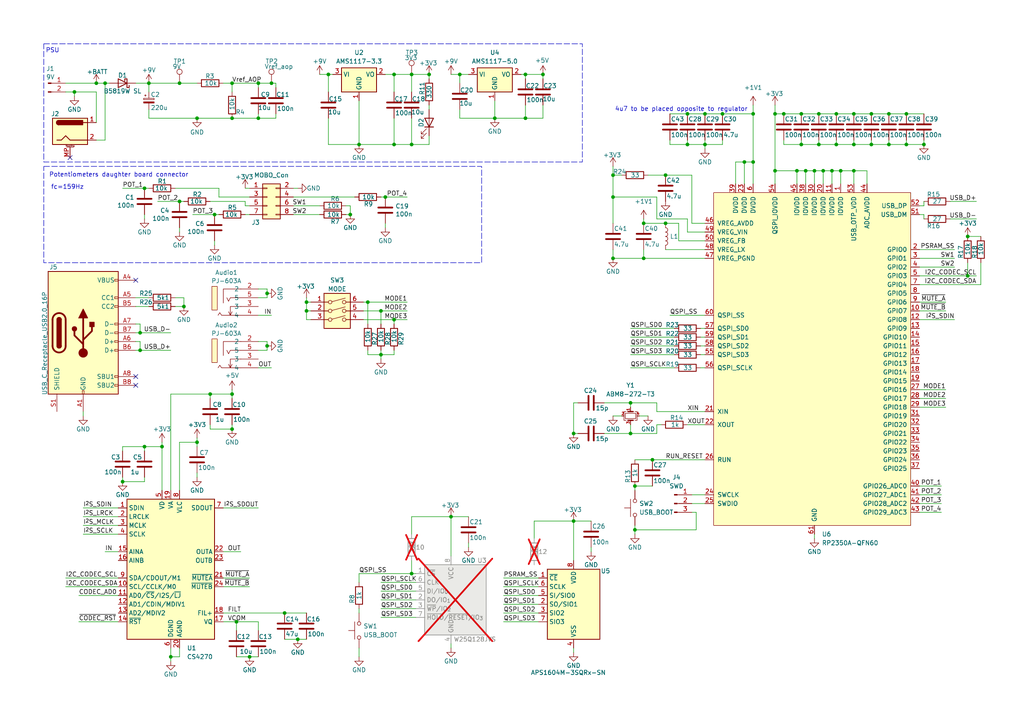
<source format=kicad_sch>
(kicad_sch (version 20250114) (generator "eeschema") (generator_version "9.0")
  (paper "A4")
  (rectangle (start 12.7 48.26) (end 139.7 76.2) (stroke (width 0) (type dash)))
  (rectangle (start 12.7 12.7) (end 168.91 46.99) (stroke (width 0) (type dash)))
  (text "4u7 to be placed opposite to regulator" (at 197.612 31.75 0) (effects (font (size 1.27 1.27))))
  (text "PSU" (at 15.24 14.732 0) (effects (font (size 1.27 1.27))))
  (text "fc=159Hz" (at 19.558 54.356 0) (effects (font (size 1.27 1.27))))
  (text "Potentiometers daughter board connector" (at 14.224 50.8 0) (effects (font (size 1.27 1.27)) (justify left)))
  (junction (at 88.9 90.17))
  (junction (at 257.81 41.91))
  (junction (at 257.81 33.02))
  (junction (at 57.15 128.27))
  (junction (at 101.6 62.23))
  (junction (at 237.49 41.91))
  (junction (at 41.91 129.54))
  (junction (at 224.79 49.53))
  (junction (at 52.07 24.13))
  (junction (at 111.76 57.15))
  (junction (at 157.48 21.59))
  (junction (at 242.57 41.91))
  (junction (at 43.18 24.13))
  (junction (at 114.3 41.91))
  (junction (at 236.22 49.53))
  (junction (at 152.4 21.59))
  (junction (at 35.56 139.7))
  (junction (at 143.51 34.29))
  (junction (at 177.8 74.93))
  (junction (at 247.65 49.53))
  (junction (at 238.76 49.53))
  (junction (at 77.47 100.33))
  (junction (at 27.94 24.13))
  (junction (at 119.38 21.59))
  (junction (at 41.91 54.61))
  (junction (at 237.49 33.02))
  (junction (at 166.37 125.73))
  (junction (at 262.89 41.91))
  (junction (at 95.25 21.59))
  (junction (at 186.69 64.77))
  (junction (at 209.55 33.02))
  (junction (at 182.88 125.73))
  (junction (at 280.67 80.01))
  (junction (at 218.44 33.02))
  (junction (at 110.49 90.17))
  (junction (at 60.96 114.3))
  (junction (at 57.15 34.29))
  (junction (at 74.93 24.13))
  (junction (at 193.04 50.8))
  (junction (at 166.37 151.13))
  (junction (at 67.31 24.13))
  (junction (at 177.8 57.15))
  (junction (at 227.33 33.02))
  (junction (at 184.15 153.67))
  (junction (at 243.84 49.53))
  (junction (at 124.46 21.59))
  (junction (at 247.65 41.91))
  (junction (at 88.9 87.63))
  (junction (at 152.4 34.29))
  (junction (at 110.49 102.87))
  (junction (at 186.69 74.93))
  (junction (at 242.57 33.02))
  (junction (at 86.36 185.42))
  (junction (at 199.39 33.02))
  (junction (at 184.15 140.97))
  (junction (at 241.3 49.53))
  (junction (at 104.14 41.91))
  (junction (at 252.73 41.91))
  (junction (at 232.41 41.91))
  (junction (at 62.23 62.23))
  (junction (at 68.58 180.34))
  (junction (at 189.23 133.35))
  (junction (at 78.74 24.13))
  (junction (at 72.39 190.5))
  (junction (at 199.39 41.91))
  (junction (at 247.65 33.02))
  (junction (at 46.99 129.54))
  (junction (at 49.53 190.5))
  (junction (at 67.31 124.46))
  (junction (at 233.68 49.53))
  (junction (at 52.07 58.42))
  (junction (at 218.44 46.99))
  (junction (at 193.04 64.77))
  (junction (at 40.64 101.6))
  (junction (at 182.88 116.84))
  (junction (at 267.97 41.91))
  (junction (at 114.3 92.71))
  (junction (at 130.81 149.86))
  (junction (at 53.34 88.9))
  (junction (at 133.35 21.59))
  (junction (at 204.47 33.02))
  (junction (at 30.48 24.13))
  (junction (at 224.79 33.02))
  (junction (at 114.3 21.59))
  (junction (at 21.59 26.67))
  (junction (at 252.73 33.02))
  (junction (at 106.68 87.63))
  (junction (at 204.47 41.91))
  (junction (at 77.47 85.09))
  (junction (at 177.8 50.8))
  (junction (at 40.64 96.52))
  (junction (at 119.38 166.37))
  (junction (at 82.55 177.8))
  (junction (at 231.14 49.53))
  (junction (at 215.9 46.99))
  (junction (at 262.89 33.02))
  (junction (at 67.31 34.29))
  (junction (at 119.38 41.91))
  (junction (at 67.31 114.3))
  (junction (at 74.93 34.29))
  (junction (at 280.67 68.58))
  (junction (at 232.41 33.02))
  (no_connect (at 20.32 45.72))
  (no_connect (at 39.37 109.22))
  (no_connect (at 39.37 81.28))
  (no_connect (at 39.37 111.76))
  (wire (pts (xy 19.05 167.64) (xy 34.29 167.64)))
  (wire (pts (xy 41.91 129.54) (xy 35.56 129.54)))
  (wire (pts (xy 22.86 180.34) (xy 34.29 180.34)))
  (wire (pts (xy 68.58 180.34) (xy 68.58 182.88)))
  (wire (pts (xy 227.33 41.91) (xy 232.41 41.91)))
  (wire (pts (xy 104.14 166.37) (xy 119.38 166.37)))
  (wire (pts (xy 251.46 53.34) (xy 251.46 49.53)))
  (wire (pts (xy 124.46 21.59) (xy 119.38 21.59)))
  (wire (pts (xy 50.8 86.36) (xy 53.34 86.36)))
  (wire (pts (xy 201.93 148.59) (xy 201.93 153.67)))
  (wire (pts (xy 151.13 21.59) (xy 152.4 21.59)))
  (wire (pts (xy 133.35 24.13) (xy 133.35 21.59)))
  (wire (pts (xy 43.18 26.67) (xy 43.18 24.13)))
  (wire (pts (xy 74.93 86.36) (xy 77.47 86.36)))
  (wire (pts (xy 82.55 185.42) (xy 86.36 185.42)))
  (wire (pts (xy 177.8 72.39) (xy 177.8 74.93)))
  (wire (pts (xy 182.88 100.33) (xy 195.58 100.33)))
  (wire (pts (xy 190.5 123.19) (xy 190.5 125.73)))
  (wire (pts (xy 101.6 59.69) (xy 100.33 59.69)))
  (wire (pts (xy 39.37 24.13) (xy 43.18 24.13)))
  (wire (pts (xy 88.9 87.63) (xy 90.17 87.63)))
  (wire (pts (xy 24.13 147.32) (xy 34.29 147.32)))
  (wire (pts (xy 24.13 149.86) (xy 34.29 149.86)))
  (wire (pts (xy 200.66 146.05) (xy 204.47 146.05)))
  (wire (pts (xy 194.31 41.91) (xy 199.39 41.91)))
  (wire (pts (xy 201.93 153.67) (xy 184.15 153.67)))
  (wire (pts (xy 266.7 62.23) (xy 267.97 62.23)))
  (wire (pts (xy 152.4 21.59) (xy 152.4 22.86)))
  (wire (pts (xy 171.45 151.13) (xy 166.37 151.13)))
  (wire (pts (xy 119.38 149.86) (xy 130.81 149.86)))
  (wire (pts (xy 204.47 33.02) (xy 209.55 33.02)))
  (wire (pts (xy 237.49 41.91) (xy 237.49 40.64)))
  (wire (pts (xy 35.56 129.54) (xy 35.56 130.81)))
  (wire (pts (xy 60.96 124.46) (xy 60.96 123.19)))
  (wire (pts (xy 190.5 57.15) (xy 177.8 57.15)))
  (wire (pts (xy 50.8 54.61) (xy 63.5 54.61)))
  (wire (pts (xy 218.44 46.99) (xy 218.44 53.34)))
  (wire (pts (xy 41.91 130.81) (xy 41.91 129.54)))
  (wire (pts (xy 46.99 128.27) (xy 46.99 129.54)))
  (wire (pts (xy 185.42 120.65) (xy 187.96 120.65)))
  (wire (pts (xy 85.09 59.69) (xy 92.71 59.69)))
  (wire (pts (xy 227.33 33.02) (xy 232.41 33.02)))
  (wire (pts (xy 63.5 54.61) (xy 63.5 57.15)))
  (wire (pts (xy 41.91 138.43) (xy 41.91 139.7)))
  (wire (pts (xy 166.37 116.84) (xy 166.37 125.73)))
  (wire (pts (xy 232.41 41.91) (xy 237.49 41.91)))
  (wire (pts (xy 242.57 41.91) (xy 242.57 40.64)))
  (wire (pts (xy 53.34 58.42) (xy 52.07 58.42)))
  (wire (pts (xy 35.56 139.7) (xy 35.56 138.43)))
  (wire (pts (xy 236.22 49.53) (xy 236.22 53.34)))
  (wire (pts (xy 200.66 148.59) (xy 201.93 148.59)))
  (wire (pts (xy 74.93 106.68) (xy 78.74 106.68)))
  (wire (pts (xy 74.93 91.44) (xy 78.74 91.44)))
  (wire (pts (xy 133.35 31.75) (xy 133.35 34.29)))
  (wire (pts (xy 280.67 68.58) (xy 284.48 68.58)))
  (wire (pts (xy 274.32 90.17) (xy 266.7 90.17)))
  (wire (pts (xy 154.94 151.13) (xy 154.94 156.21)))
  (wire (pts (xy 104.14 29.21) (xy 104.14 41.91)))
  (wire (pts (xy 101.6 59.69) (xy 101.6 62.23)))
  (wire (pts (xy 152.4 30.48) (xy 152.4 34.29)))
  (wire (pts (xy 275.59 58.42) (xy 283.21 58.42)))
  (wire (pts (xy 275.59 63.5) (xy 283.21 63.5)))
  (wire (pts (xy 135.89 149.86) (xy 130.81 149.86)))
  (wire (pts (xy 190.5 123.19) (xy 191.77 123.19)))
  (wire (pts (xy 80.01 24.13) (xy 78.74 24.13)))
  (wire (pts (xy 243.84 49.53) (xy 241.3 49.53)))
  (wire (pts (xy 110.49 90.17) (xy 118.11 90.17)))
  (wire (pts (xy 104.14 41.91) (xy 114.3 41.91)))
  (wire (pts (xy 276.86 77.47) (xy 266.7 77.47)))
  (wire (pts (xy 194.31 91.44) (xy 204.47 91.44)))
  (wire (pts (xy 237.49 33.02) (xy 242.57 33.02)))
  (wire (pts (xy 119.38 166.37) (xy 120.65 166.37)))
  (wire (pts (xy 182.88 95.25) (xy 195.58 95.25)))
  (wire (pts (xy 119.38 149.86) (xy 119.38 154.94)))
  (wire (pts (xy 114.3 101.6) (xy 114.3 102.87)))
  (wire (pts (xy 262.89 41.91) (xy 262.89 40.64)))
  (wire (pts (xy 43.18 24.13) (xy 52.07 24.13)))
  (wire (pts (xy 199.39 67.31) (xy 199.39 63.5)))
  (wire (pts (xy 280.67 76.2) (xy 280.67 80.01)))
  (wire (pts (xy 247.65 41.91) (xy 247.65 40.64)))
  (wire (pts (xy 204.47 41.91) (xy 199.39 41.91)))
  (wire (pts (xy 67.31 24.13) (xy 64.77 24.13)))
  (wire (pts (xy 95.25 41.91) (xy 104.14 41.91)))
  (wire (pts (xy 86.36 185.42) (xy 88.9 185.42)))
  (wire (pts (xy 60.96 114.3) (xy 49.53 114.3)))
  (wire (pts (xy 95.25 34.29) (xy 95.25 41.91)))
  (wire (pts (xy 247.65 49.53) (xy 243.84 49.53)))
  (wire (pts (xy 74.93 34.29) (xy 67.31 34.29)))
  (wire (pts (xy 232.41 41.91) (xy 232.41 40.64)))
  (wire (pts (xy 64.77 177.8) (xy 82.55 177.8)))
  (wire (pts (xy 238.76 49.53) (xy 236.22 49.53)))
  (wire (pts (xy 95.25 21.59) (xy 96.52 21.59)))
  (wire (pts (xy 41.91 54.61) (xy 35.56 54.61)))
  (wire (pts (xy 77.47 101.6) (xy 77.47 100.33)))
  (wire (pts (xy 124.46 30.48) (xy 124.46 31.75)))
  (wire (pts (xy 177.8 120.65) (xy 180.34 120.65)))
  (wire (pts (xy 266.7 118.11) (xy 274.32 118.11)))
  (wire (pts (xy 39.37 99.06) (xy 40.64 99.06)))
  (wire (pts (xy 52.07 187.96) (xy 52.07 190.5)))
  (wire (pts (xy 146.05 170.18) (xy 156.21 170.18)))
  (wire (pts (xy 252.73 41.91) (xy 252.73 40.64)))
  (wire (pts (xy 189.23 133.35) (xy 204.47 133.35)))
  (wire (pts (xy 74.93 147.32) (xy 64.77 147.32)))
  (wire (pts (xy 166.37 116.84) (xy 167.64 116.84)))
  (wire (pts (xy 213.36 53.34) (xy 213.36 46.99)))
  (wire (pts (xy 257.81 41.91) (xy 262.89 41.91)))
  (wire (pts (xy 119.38 41.91) (xy 124.46 41.91)))
  (wire (pts (xy 157.48 30.48) (xy 157.48 34.29)))
  (wire (pts (xy 119.38 34.29) (xy 119.38 41.91)))
  (wire (pts (xy 62.23 71.12) (xy 62.23 69.85)))
  (wire (pts (xy 231.14 49.53) (xy 231.14 53.34)))
  (wire (pts (xy 135.89 157.48) (xy 135.89 158.75)))
  (wire (pts (xy 114.3 102.87) (xy 110.49 102.87)))
  (wire (pts (xy 284.48 82.55) (xy 284.48 76.2)))
  (wire (pts (xy 39.37 93.98) (xy 40.64 93.98)))
  (wire (pts (xy 57.15 128.27) (xy 52.07 128.27)))
  (wire (pts (xy 177.8 57.15) (xy 177.8 64.77)))
  (wire (pts (xy 68.58 190.5) (xy 72.39 190.5)))
  (wire (pts (xy 80.01 25.4) (xy 80.01 24.13)))
  (wire (pts (xy 110.49 176.53) (xy 120.65 176.53)))
  (wire (pts (xy 203.2 95.25) (xy 204.47 95.25)))
  (wire (pts (xy 166.37 151.13) (xy 166.37 162.56)))
  (wire (pts (xy 67.31 113.03) (xy 67.31 114.3)))
  (wire (pts (xy 266.7 146.05) (xy 273.05 146.05)))
  (wire (pts (xy 247.65 33.02) (xy 252.73 33.02)))
  (wire (pts (xy 267.97 62.23) (xy 267.97 63.5)))
  (wire (pts (xy 39.37 86.36) (xy 43.18 86.36)))
  (wire (pts (xy 74.93 25.4) (xy 74.93 24.13)))
  (wire (pts (xy 193.04 64.77) (xy 196.85 64.77)))
  (wire (pts (xy 43.18 31.75) (xy 43.18 34.29)))
  (wire (pts (xy 218.44 46.99) (xy 218.44 33.02)))
  (wire (pts (xy 71.12 59.69) (xy 72.39 59.69)))
  (wire (pts (xy 43.18 54.61) (xy 41.91 54.61)))
  (wire (pts (xy 88.9 90.17) (xy 90.17 90.17)))
  (wire (pts (xy 104.14 176.53) (xy 104.14 177.8)))
  (wire (pts (xy 190.5 119.38) (xy 190.5 116.84)))
  (wire (pts (xy 196.85 69.85) (xy 196.85 64.77)))
  (wire (pts (xy 130.81 149.86) (xy 130.81 161.29)))
  (wire (pts (xy 88.9 92.71) (xy 90.17 92.71)))
  (wire (pts (xy 224.79 30.48) (xy 224.79 33.02)))
  (wire (pts (xy 182.88 106.68) (xy 195.58 106.68)))
  (wire (pts (xy 280.67 80.01) (xy 283.21 80.01)))
  (wire (pts (xy 133.35 34.29) (xy 143.51 34.29)))
  (wire (pts (xy 199.39 33.02) (xy 204.47 33.02)))
  (wire (pts (xy 182.88 125.73) (xy 190.5 125.73)))
  (wire (pts (xy 209.55 41.91) (xy 204.47 41.91)))
  (wire (pts (xy 106.68 87.63) (xy 106.68 93.98)))
  (wire (pts (xy 63.5 57.15) (xy 72.39 57.15)))
  (wire (pts (xy 114.3 34.29) (xy 114.3 41.91)))
  (wire (pts (xy 152.4 21.59) (xy 157.48 21.59)))
  (wire (pts (xy 213.36 46.99) (xy 215.9 46.99)))
  (wire (pts (xy 215.9 46.99) (xy 218.44 46.99)))
  (wire (pts (xy 111.76 21.59) (xy 114.3 21.59)))
  (wire (pts (xy 49.53 114.3) (xy 49.53 142.24)))
  (wire (pts (xy 80.01 33.02) (xy 80.01 34.29)))
  (wire (pts (xy 204.47 40.64) (xy 204.47 41.91)))
  (wire (pts (xy 124.46 41.91) (xy 124.46 39.37)))
  (wire (pts (xy 266.7 59.69) (xy 267.97 59.69)))
  (wire (pts (xy 209.55 40.64) (xy 209.55 41.91)))
  (wire (pts (xy 187.96 50.8) (xy 193.04 50.8)))
  (wire (pts (xy 27.94 24.13) (xy 30.48 24.13)))
  (wire (pts (xy 247.65 49.53) (xy 247.65 53.34)))
  (wire (pts (xy 266.7 140.97) (xy 273.05 140.97)))
  (wire (pts (xy 199.39 123.19) (xy 204.47 123.19)))
  (wire (pts (xy 74.93 99.06) (xy 77.47 99.06)))
  (wire (pts (xy 77.47 99.06) (xy 77.47 100.33)))
  (wire (pts (xy 266.7 148.59) (xy 273.05 148.59)))
  (wire (pts (xy 203.2 106.68) (xy 204.47 106.68)))
  (wire (pts (xy 39.37 88.9) (xy 43.18 88.9)))
  (wire (pts (xy 114.3 92.71) (xy 114.3 93.98)))
  (wire (pts (xy 46.99 129.54) (xy 41.91 129.54)))
  (wire (pts (xy 194.31 40.64) (xy 194.31 41.91)))
  (wire (pts (xy 190.5 116.84) (xy 182.88 116.84)))
  (wire (pts (xy 64.77 180.34) (xy 68.58 180.34)))
  (wire (pts (xy 110.49 168.91) (xy 120.65 168.91)))
  (wire (pts (xy 252.73 41.91) (xy 257.81 41.91)))
  (wire (pts (xy 41.91 63.5) (xy 41.91 62.23)))
  (wire (pts (xy 146.05 175.26) (xy 156.21 175.26)))
  (wire (pts (xy 111.76 57.15) (xy 118.11 57.15)))
  (wire (pts (xy 85.09 57.15) (xy 102.87 57.15)))
  (wire (pts (xy 67.31 24.13) (xy 74.93 24.13)))
  (wire (pts (xy 119.38 21.59) (xy 119.38 26.67)))
  (wire (pts (xy 124.46 22.86) (xy 124.46 21.59)))
  (wire (pts (xy 71.12 62.23) (xy 72.39 62.23)))
  (wire (pts (xy 74.93 180.34) (xy 68.58 180.34)))
  (wire (pts (xy 194.31 33.02) (xy 199.39 33.02)))
  (wire (pts (xy 242.57 41.91) (xy 247.65 41.91)))
  (wire (pts (xy 110.49 179.07) (xy 120.65 179.07)))
  (wire (pts (xy 276.86 74.93) (xy 266.7 74.93)))
  (wire (pts (xy 110.49 171.45) (xy 120.65 171.45)))
  (wire (pts (xy 186.69 64.77) (xy 193.04 64.77)))
  (wire (pts (xy 200.66 50.8) (xy 193.04 50.8)))
  (wire (pts (xy 110.49 93.98) (xy 110.49 90.17)))
  (wire (pts (xy 43.18 34.29) (xy 57.15 34.29)))
  (wire (pts (xy 177.8 74.93) (xy 186.69 74.93)))
  (wire (pts (xy 110.49 102.87) (xy 110.49 104.14)))
  (wire (pts (xy 72.39 167.64) (xy 64.77 167.64)))
  (wire (pts (xy 114.3 21.59) (xy 119.38 21.59)))
  (wire (pts (xy 114.3 41.91) (xy 119.38 41.91)))
  (wire (pts (xy 19.05 170.18) (xy 34.29 170.18)))
  (wire (pts (xy 257.81 33.02) (xy 262.89 33.02)))
  (wire (pts (xy 232.41 33.02) (xy 237.49 33.02)))
  (wire (pts (xy 77.47 83.82) (xy 77.47 85.09)))
  (wire (pts (xy 184.15 140.97) (xy 184.15 142.24)))
  (wire (pts (xy 190.5 119.38) (xy 204.47 119.38)))
  (wire (pts (xy 266.7 80.01) (xy 280.67 80.01)))
  (wire (pts (xy 154.94 151.13) (xy 166.37 151.13)))
  (wire (pts (xy 204.47 69.85) (xy 196.85 69.85)))
  (wire (pts (xy 267.97 58.42) (xy 267.97 59.69)))
  (wire (pts (xy 182.88 123.19) (xy 182.88 125.73)))
  (wire (pts (xy 224.79 49.53) (xy 224.79 33.02)))
  (wire (pts (xy 71.12 54.61) (xy 72.39 54.61)))
  (wire (pts (xy 50.8 88.9) (xy 53.34 88.9)))
  (wire (pts (xy 175.26 116.84) (xy 182.88 116.84)))
  (wire (pts (xy 146.05 177.8) (xy 156.21 177.8)))
  (wire (pts (xy 186.69 72.39) (xy 186.69 74.93)))
  (wire (pts (xy 19.05 26.67) (xy 21.59 26.67)))
  (wire (pts (xy 119.38 162.56) (xy 119.38 166.37)))
  (wire (pts (xy 24.13 152.4) (xy 34.29 152.4)))
  (wire (pts (xy 82.55 177.8) (xy 88.9 177.8)))
  (wire (pts (xy 266.7 115.57) (xy 274.32 115.57)))
  (wire (pts (xy 204.47 64.77) (xy 200.66 64.77)))
  (wire (pts (xy 143.51 29.21) (xy 143.51 34.29)))
  (wire (pts (xy 22.86 172.72) (xy 34.29 172.72)))
  (wire (pts (xy 74.93 33.02) (xy 74.93 34.29)))
  (wire (pts (xy 74.93 180.34) (xy 74.93 182.88)))
  (wire (pts (xy 27.94 26.67) (xy 21.59 26.67)))
  (wire (pts (xy 186.69 63.5) (xy 186.69 64.77)))
  (wire (pts (xy 238.76 49.53) (xy 238.76 53.34)))
  (wire (pts (xy 52.07 190.5) (xy 49.53 190.5)))
  (wire (pts (xy 24.13 154.94) (xy 34.29 154.94)))
  (wire (pts (xy 114.3 92.71) (xy 118.11 92.71)))
  (wire (pts (xy 60.96 114.3) (xy 60.96 115.57)))
  (wire (pts (xy 146.05 167.64) (xy 156.21 167.64)))
  (wire (pts (xy 203.2 97.79) (xy 204.47 97.79)))
  (wire (pts (xy 143.51 34.29) (xy 152.4 34.29)))
  (wire (pts (xy 166.37 125.73) (xy 167.64 125.73)))
  (wire (pts (xy 193.04 72.39) (xy 204.47 72.39)))
  (wire (pts (xy 105.41 92.71) (xy 114.3 92.71)))
  (wire (pts (xy 78.74 24.13) (xy 74.93 24.13)))
  (wire (pts (xy 49.53 190.5) (xy 49.53 191.77)))
  (wire (pts (xy 146.05 180.34) (xy 156.21 180.34)))
  (wire (pts (xy 133.35 21.59) (xy 135.89 21.59)))
  (wire (pts (xy 247.65 41.91) (xy 252.73 41.91)))
  (wire (pts (xy 27.94 40.64) (xy 30.48 40.64)))
  (wire (pts (xy 218.44 33.02) (xy 218.44 30.48)))
  (wire (pts (xy 88.9 86.36) (xy 88.9 87.63)))
  (wire (pts (xy 233.68 49.53) (xy 233.68 53.34)))
  (wire (pts (xy 27.94 24.13) (xy 19.05 24.13)))
  (wire (pts (xy 104.14 166.37) (xy 104.14 168.91)))
  (wire (pts (xy 177.8 48.26) (xy 177.8 50.8)))
  (wire (pts (xy 276.86 72.39) (xy 266.7 72.39)))
  (wire (pts (xy 166.37 189.23) (xy 166.37 187.96)))
  (wire (pts (xy 52.07 128.27) (xy 52.07 142.24)))
  (wire (pts (xy 204.47 41.91) (xy 204.47 43.18)))
  (wire (pts (xy 105.41 87.63) (xy 106.68 87.63)))
  (wire (pts (xy 72.39 170.18) (xy 64.77 170.18)))
  (wire (pts (xy 57.15 138.43) (xy 57.15 137.16)))
  (wire (pts (xy 63.5 62.23) (xy 62.23 62.23)))
  (wire (pts (xy 257.81 41.91) (xy 257.81 40.64)))
  (wire (pts (xy 106.68 102.87) (xy 110.49 102.87)))
  (wire (pts (xy 71.12 58.42) (xy 71.12 59.69)))
  (wire (pts (xy 111.76 66.04) (xy 111.76 64.77)))
  (wire (pts (xy 39.37 96.52) (xy 40.64 96.52)))
  (wire (pts (xy 236.22 49.53) (xy 233.68 49.53)))
  (wire (pts (xy 242.57 33.02) (xy 247.65 33.02)))
  (wire (pts (xy 41.91 139.7) (xy 35.56 139.7)))
  (wire (pts (xy 74.93 101.6) (xy 77.47 101.6)))
  (wire (pts (xy 114.3 21.59) (xy 114.3 26.67)))
  (wire (pts (xy 74.93 83.82) (xy 77.47 83.82)))
  (wire (pts (xy 85.09 62.23) (xy 92.71 62.23)))
  (wire (pts (xy 106.68 87.63) (xy 118.11 87.63)))
  (wire (pts (xy 67.31 114.3) (xy 60.96 114.3)))
  (wire (pts (xy 203.2 100.33) (xy 204.47 100.33)))
  (wire (pts (xy 241.3 49.53) (xy 238.76 49.53)))
  (wire (pts (xy 224.79 53.34) (xy 224.79 49.53)))
  (wire (pts (xy 60.96 124.46) (xy 67.31 124.46)))
  (wire (pts (xy 241.3 49.53) (xy 241.3 53.34)))
  (wire (pts (xy 52.07 67.31) (xy 52.07 66.04)))
  (wire (pts (xy 52.07 58.42) (xy 45.72 58.42)))
  (wire (pts (xy 67.31 124.46) (xy 67.31 123.19)))
  (wire (pts (xy 262.89 33.02) (xy 267.97 33.02)))
  (wire (pts (xy 152.4 34.29) (xy 157.48 34.29)))
  (wire (pts (xy 182.88 102.87) (xy 195.58 102.87)))
  (wire (pts (xy 67.31 24.13) (xy 67.31 26.67)))
  (wire (pts (xy 267.97 41.91) (xy 267.97 40.64)))
  (wire (pts (xy 200.66 143.51) (xy 204.47 143.51)))
  (wire (pts (xy 184.15 152.4) (xy 184.15 153.67)))
  (wire (pts (xy 130.81 186.69) (xy 130.81 187.96)))
  (wire (pts (xy 182.88 116.84) (xy 182.88 118.11)))
  (wire (pts (xy 24.13 119.38) (xy 24.13 120.65)))
  (wire (pts (xy 209.55 33.02) (xy 218.44 33.02)))
  (wire (pts (xy 237.49 41.91) (xy 242.57 41.91)))
  (wire (pts (xy 199.39 63.5) (xy 190.5 63.5)))
  (wire (pts (xy 236.22 154.94) (xy 236.22 156.21)))
  (wire (pts (xy 57.15 129.54) (xy 57.15 128.27)))
  (wire (pts (xy 110.49 101.6) (xy 110.49 102.87)))
  (wire (pts (xy 182.88 97.79) (xy 195.58 97.79)))
  (wire (pts (xy 266.7 113.03) (xy 274.32 113.03)))
  (wire (pts (xy 64.77 160.02) (xy 69.85 160.02)))
  (wire (pts (xy 204.47 67.31) (xy 199.39 67.31)))
  (wire (pts (xy 190.5 63.5) (xy 190.5 57.15)))
  (wire (pts (xy 85.09 54.61) (xy 86.36 54.61)))
  (wire (pts (xy 46.99 129.54) (xy 46.99 142.24)))
  (wire (pts (xy 227.33 41.91) (xy 227.33 40.64)))
  (wire (pts (xy 251.46 49.53) (xy 247.65 49.53)))
  (wire (pts (xy 30.48 24.13) (xy 31.75 24.13)))
  (wire (pts (xy 146.05 172.72) (xy 156.21 172.72)))
  (wire (pts (xy 57.15 34.29) (xy 67.31 34.29)))
  (wire (pts (xy 177.8 50.8) (xy 177.8 57.15)))
  (wire (pts (xy 92.71 21.59) (xy 95.25 21.59)))
  (wire (pts (xy 231.14 49.53) (xy 224.79 49.53)))
  (wire (pts (xy 106.68 101.6) (xy 106.68 102.87)))
  (wire (pts (xy 266.7 82.55) (xy 284.48 82.55)))
  (wire (pts (xy 171.45 158.75) (xy 171.45 160.02)))
  (wire (pts (xy 101.6 62.23) (xy 100.33 62.23)))
  (wire (pts (xy 105.41 90.17) (xy 110.49 90.17)))
  (wire (pts (xy 224.79 33.02) (xy 227.33 33.02)))
  (wire (pts (xy 203.2 102.87) (xy 204.47 102.87)))
  (wire (pts (xy 60.96 58.42) (xy 71.12 58.42)))
  (wire (pts (xy 95.25 21.59) (xy 95.25 26.67)))
  (wire (pts (xy 39.37 101.6) (xy 40.64 101.6)))
  (wire (pts (xy 110.49 57.15) (xy 111.76 57.15)))
  (wire (pts (xy 262.89 41.91) (xy 267.97 41.91)))
  (wire (pts (xy 177.8 50.8) (xy 180.34 50.8)))
  (wire (pts (xy 157.48 21.59) (xy 157.48 22.86)))
  (wire (pts (xy 40.64 96.52) (xy 49.53 96.52)))
  (wire (pts (xy 252.73 33.02) (xy 257.81 33.02)))
  (wire (pts (xy 72.39 190.5) (xy 74.93 190.5)))
  (wire (pts (xy 49.53 190.5) (xy 49.53 187.96)))
  (wire (pts (xy 233.68 49.53) (xy 231.14 49.53)))
  (wire (pts (xy 88.9 90.17) (xy 88.9 92.71)))
  (wire (pts (xy 184.15 133.35) (xy 189.23 133.35)))
  (wire (pts (xy 57.15 127) (xy 57.15 128.27)))
  (wire (pts (xy 110.49 173.99) (xy 120.65 173.99)))
  (wire (pts (xy 200.66 64.77) (xy 200.66 50.8)))
  (wire (pts (xy 27.94 35.56) (xy 27.94 26.67)))
  (wire (pts (xy 276.86 92.71) (xy 266.7 92.71)))
  (wire (pts (xy 266.7 143.51) (xy 273.05 143.51)))
  (wire (pts (xy 52.07 24.13) (xy 57.15 24.13)))
  (wire (pts (xy 199.39 41.91) (xy 199.39 40.64)))
  (wire (pts (xy 53.34 86.36) (xy 53.34 88.9)))
  (wire (pts (xy 67.31 115.57) (xy 67.31 114.3)))
  (wire (pts (xy 77.47 86.36) (xy 77.47 85.09)))
  (wire (pts (xy 274.32 87.63) (xy 266.7 87.63)))
  (wire (pts (xy 186.69 74.93) (xy 204.47 74.93)))
  (wire (pts (xy 215.9 46.99) (xy 215.9 53.34)))
  (wire (pts (xy 88.9 87.63) (xy 88.9 90.17)))
  (wire (pts (xy 40.64 99.06) (xy 40.64 101.6)))
  (wire (pts (xy 104.14 187.96) (xy 104.14 190.5)))
  (wire (pts (xy 80.01 34.29) (xy 74.93 34.29)))
  (wire (pts (xy 130.81 21.59) (xy 133.35 21.59)))
  (wire (pts (xy 243.84 49.53) (xy 243.84 53.34)))
  (wire (pts (xy 62.23 62.23) (xy 55.88 62.23)))
  (wire (pts (xy 175.26 125.73) (xy 182.88 125.73)))
  (wire (pts (xy 184.15 153.67) (xy 184.15 154.94)))
  (wire (pts (xy 30.48 24.13) (xy 30.48 40.64)))
  (wire (pts (xy 189.23 140.97) (xy 184.15 140.97)))
  (wire (pts (xy 40.64 101.6) (xy 49.53 101.6)))
  (wire (pts (xy 21.59 26.67) (xy 21.59 27.94)))
  (wire (pts (xy 40.64 93.98) (xy 40.64 96.52)))
  (wire (pts (xy 34.29 160.02) (xy 30.48 160.02)))
  (label "QSPI_SD0" (at 182.88 95.25 0))
  (label "MODE3" (at 118.11 92.71 180))
  (label "QSPI_SD3" (at 146.05 180.34 0))
  (label "MODE2" (at 118.11 90.17 180))
  (label "I^{2}S_SCLK" (at 24.13 154.94 0))
  (label "RUN_RESET" (at 193.04 133.35 0))
  (label "POT_3" (at 55.88 62.23 0))
  (label "QSPI_SCLK" (at 110.49 168.91 0))
  (label "I^{2}S_SDIN" (at 24.13 147.32 0))
  (label "PSRAM_SS" (at 146.05 167.64 0))
  (label "QSPI_SS" (at 194.31 91.44 0))
  (label "QSPI_SD1" (at 182.88 97.79 0))
  (label "SW2" (at 276.86 77.47 180))
  (label "~{MUTE_B}" (at 274.32 90.17 180))
  (label "CODEC_AD0" (at 22.86 172.72 0))
  (label "~{MUTE_A}" (at 274.32 87.63 180))
  (label "POT_1" (at 273.05 140.97 180))
  (label "POT_4" (at 273.05 148.59 180))
  (label "OUT" (at 78.74 106.68 180))
  (label "QSPI_SD2" (at 110.49 176.53 0))
  (label "IN" (at 30.48 160.02 0))
  (label "I2C_CODEC_SCL" (at 283.21 80.01 180))
  (label "MODE2" (at 274.32 115.57 180))
  (label "I^{2}S_SDOUT" (at 74.93 147.32 180))
  (label "XIN" (at 199.39 119.38 0))
  (label "I^{2}S_SDIN" (at 276.86 92.71 180))
  (label "XOUT" (at 199.39 123.19 0))
  (label "FILT" (at 66.04 177.8 0))
  (label "OUT" (at 69.85 160.02 180))
  (label "SW1" (at 88.9 59.69 180))
  (label "POT_2" (at 273.05 143.51 180))
  (label "SW1" (at 276.86 74.93 180))
  (label "QSPI_SCLK" (at 146.05 170.18 0))
  (label "~{CODEC_RST}" (at 22.86 180.34 0))
  (label "POT_1" (at 35.56 54.61 0))
  (label "QSPI_SD3" (at 182.88 102.87 0))
  (label "POT_4" (at 118.11 57.15 180))
  (label "QSPI_SD1" (at 146.05 175.26 0))
  (label "Vref_AOP" (at 67.31 24.13 0))
  (label "QSPI_SCLK" (at 182.88 106.68 0))
  (label "USB_D-" (at 283.21 63.5 180))
  (label "MODE1" (at 118.11 87.63 180))
  (label "USB_D+" (at 283.21 58.42 180))
  (label "POT_2" (at 45.72 58.42 0))
  (label "I^{2}S_MCLK" (at 24.13 152.4 0))
  (label "USB_D+" (at 49.53 101.6 180))
  (label "VCOM" (at 66.04 180.34 0))
  (label "QSPI_SD1" (at 110.49 173.99 0))
  (label "QSPI_SS" (at 104.14 166.37 0))
  (label "MODE1" (at 274.32 113.03 180))
  (label "QSPI_SD0" (at 110.49 171.45 0))
  (label "USB_D-" (at 49.53 96.52 180))
  (label "QSPI_SD3" (at 110.49 179.07 0))
  (label "POT_3" (at 273.05 146.05 180))
  (label "QSPI_SD2" (at 182.88 100.33 0))
  (label "I2C_CODEC_SDA" (at 283.21 82.55 180))
  (label "QSPI_SD0" (at 146.05 172.72 0))
  (label "SW2" (at 88.9 62.23 180))
  (label "PSRAM_SS" (at 276.86 72.39 180))
  (label "IN" (at 78.74 91.44 180))
  (label "QSPI_SD2" (at 146.05 177.8 0))
  (label "I^{2}S_LRCK" (at 24.13 149.86 0))
  (label "~{MUTE_A}" (at 72.39 167.64 180))
  (label "MODE3" (at 274.32 118.11 180))
  (label "I2C_CODEC_SCL" (at 19.05 167.64 0))
  (label "I2C_CODEC_SDA" (at 19.05 170.18 0))
  (label "~{MUTE_B}" (at 72.39 170.18 180))
  (symbol (lib_id "Device:C") (at 88.9 181.61 0) (unit 1)
    (property "Reference" "C16" (at 90.932 179.578 0))
    (property "Value" "100n" (at 91.694 183.896 0))
    (property "Footprint" "Capacitor_SMD:C_0402_1005Metric" (effects (hide yes)))
  )
  (symbol (lib_id "Device:R") (at 199.39 106.68 270) (mirror x) (unit 1)
    (property "Reference" "R19" (at 193.04 105.664 90) (effects (justify left)))
    (property "Value" "33" (at 198.12 106.68 90) (effects (justify left)))
    (property "Footprint" "Resistor_SMD:R_0402_1005Metric" (effects (hide yes)))
    (property "Description" "Resistor" (effects (hide yes)))
  )
  (symbol (lib_id "power:GND") (at 52.07 67.31 0) (unit 1)
    (property "Reference" "#PWR06" (effects (hide yes)))
    (property "Value" "GND" (at 52.07 71.12 0))
  )
  (symbol (lib_id "Device:R") (at 271.78 63.5 90) (mirror x) (unit 1)
    (property "Reference" "R16" (at 270.764 65.532 90))
    (property "Value" "27" (at 271.78 63.5 90))
    (property "Footprint" "Resistor_SMD:R_0402_1005Metric" (effects (hide yes)))
    (property "Description" "Resistor" (effects (hide yes)))
  )
  (symbol (lib_id "Device:C") (at 193.04 54.61 0) (unit 1)
    (property "Reference" "C42" (at 193.294 52.324 0) (effects (justify left)))
    (property "Value" "4.7u" (at 193.294 56.896 0) (effects (justify left)))
    (property "Footprint" "Capacitor_SMD:C_0402_1005Metric" (effects (hide yes)))
  )
  (symbol (lib_id "Device:C") (at 152.4 26.67 0) (unit 1)
    (property "Reference" "C22" (at 154.432 24.892 0))
    (property "Value" "100n" (at 155.194 28.956 0))
    (property "Footprint" "Capacitor_SMD:C_0402_1005Metric" (effects (hide yes)))
  )
  (symbol (lib_id "power:GND") (at 104.14 41.91 0) (unit 1)
    (property "Reference" "#PWR021" (effects (hide yes)))
    (property "Value" "GND" (at 104.14 45.72 0))
  )
  (symbol (lib_id "Regulator_Linear:AMS1117-3.3") (at 104.14 21.59 0) (unit 1)
    (property "Reference" "U2" (at 104.14 15.24 0))
    (property "Value" "AMS1117-3.3" (at 104.14 17.78 0))
    (property "Footprint" "Package_TO_SOT_SMD:SOT-223-3_TabPin2" (effects (hide yes)))
    (property "Datasheet" "http://www.advanced-monolithic.com/pdf/ds1117.pdf" (effects (hide yes)))
    (property "Description" "1A Low Dropout regulator, positive, 3.3V fixed output, SOT-223" (effects (hide yes)))
  )
  (symbol (lib_id "Device:C") (at 135.89 153.67 0) (unit 1)
    (property "Reference" "C21" (at 136.144 151.384 0) (effects (justify left)))
    (property "Value" "100n" (at 136.144 155.956 0) (effects (justify left)))
    (property "Footprint" "Capacitor_SMD:C_0402_1005Metric" (effects (hide yes)))
  )
  (symbol (lib_id "Device:C") (at 252.73 36.83 0) (unit 1)
    (property "Reference" "C36" (at 252.984 34.544 0) (effects (justify left)))
    (property "Value" "100n" (at 252.984 39.116 0) (effects (justify left)))
    (property "Footprint" "Capacitor_SMD:C_0402_1005Metric" (effects (hide yes)))
  )
  (symbol (lib_id "Connector:Barrel_Jack_MountingPin") (at 20.32 38.1 0) (unit 1)
    (property "Reference" "J2" (at 16.002 33.02 0))
    (property "Value" "Barrel_Jack_MountingPin" (effects (hide yes)))
    (property "Footprint" "Connector_BarrelJack:BarrelJack_Horizontal" (effects (hide yes)))
    (property "Description" "DC Barrel Jack with a mounting pin" (effects (hide yes)))
  )
  (symbol (lib_id "power:GND") (at 166.37 125.73 0) (mirror y) (unit 1)
    (property "Reference" "#PWR031" (effects (hide yes)))
    (property "Value" "GND" (at 166.37 129.54 0))
  )
  (symbol (lib_id "Memory_Flash:W25Q128JVS") (at 130.81 173.99 0) (unit 1) (dnp yes)
    (property "Reference" "U3" (at 138.43 162.56 0) (effects (justify left)))
    (property "Value" "W25Q128JVS" (at 131.572 185.42 0) (effects (justify left)))
    (property "Footprint" "Package_SO:SOIC-8_5.3x5.3mm_P1.27mm" (effects (hide yes)))
    (property "Datasheet" "https://www.winbond.com/resource-files/w25q128jv_dtr%20revc%2003272018%20plus.pdf" (effects (hide yes)))
    (property "Description" "128Mbit / 16MiB Serial Flash Memory, Standard/Dual/Quad SPI, 2.7-3.6V, SOIC-8" (effects (hide yes)))
  )
  (symbol (lib_id "power:GND") (at 204.47 43.18 0) (mirror y) (unit 1)
    (property "Reference" "#PWR038" (effects (hide yes)))
    (property "Value" "GND" (at 204.47 46.99 0))
  )
  (symbol (lib_id "power:GND") (at 77.47 85.09 90) (mirror x) (unit 1)
    (property "Reference" "#PWR048" (effects (hide yes)))
    (property "Value" "GND" (at 81.28 85.09 0))
  )
  (symbol (lib_id "power:GND") (at 53.34 88.9 0) (mirror y) (unit 1)
    (property "Reference" "#PWR050" (effects (hide yes)))
    (property "Value" "GND" (at 53.34 92.71 0))
  )
  (symbol (lib_id "power:+3.3V") (at 280.67 68.58 0) (mirror y) (unit 1)
    (property "Reference" "#PWR043" (effects (hide yes)))
    (property "Value" "+3V3" (at 280.67 64.77 0))
  )
  (symbol (lib_id "AREA_composant:RP2350A-QFN60") (at 236.22 100.33 0) (unit 1)
    (property "Reference" "U6" (at 238.3633 154.94 0) (effects (justify left)))
    (property "Value" "RP2350A-QFN60" (at 238.3633 157.48 0) (effects (justify left)))
    (property "Footprint" "Package_DFN_QFN:QFN-60-1EP_7x7mm_P0.4mm_EP3.4x3.4mm_ThermalVias" (effects (hide yes)))
  )
  (symbol (lib_id "Switch:SW_DIP_x03") (at 97.79 90.17 0) (unit 1)
    (property "Reference" "SW3" (at 97.79 81.28 0))
    (property "Value" "MODE" (at 97.79 83.82 0))
    (property "Footprint" "Button_Switch_SMD:SW_DIP_SPSTx03_Slide_KingTek_DSHP03TS_W7.62mm_P1.27mm" (effects (hide yes)))
    (property "Description" "3x DIP Switch, Single Pole Single Throw (SPST) switch, small symbol" (effects (hide yes)))
  )
  (symbol (lib_id "power:GND") (at 24.13 120.65 0) (mirror y) (unit 1)
    (property "Reference" "#PWR051" (effects (hide yes)))
    (property "Value" "GND" (at 24.13 124.46 0))
  )
  (symbol (lib_id "Memory_RAM:APS1604M-3SQRx-SN") (at 166.37 175.26 0) (unit 1)
    (property "Reference" "U5" (at 174.244 165.608 0) (effects (justify left)))
    (property "Value" "APS1604M-3SQRx-SN" (at 153.924 195.072 0) (effects (justify left)))
    (property "Footprint" "Package_SO:SOIC-8_3.9x4.9mm_P1.27mm" (effects (hide yes)))
    (property "Datasheet" "https://www.mouser.com/datasheet/2/1127/APM_PSRAM_QSPI_APS1604M_3SQR_v2_7_PKG-1954896.pdf" (effects (hide yes)))
    (property "Description" "16 Mbit / 2M x 8-bits serial pseudo SRAM MEMORY, up to 133MHz, 2.7-3.6V supply, SOIC-8 (SOP-8)" (effects (hide yes)))
  )
  (symbol (lib_id "power:GND") (at 21.59 27.94 0) (unit 1)
    (property "Reference" "#PWR01" (effects (hide yes)))
    (property "Value" "GND" (at 21.59 31.75 0))
  )
  (symbol (lib_id "Device:C") (at 133.35 27.94 0) (unit 1)
    (property "Reference" "C20" (at 135.382 26.162 0))
    (property "Value" "10u" (at 135.128 29.972 0))
    (property "Footprint" "Capacitor_SMD:C_0805_2012Metric" (effects (hide yes)))
  )
  (symbol (lib_id "power:GND") (at 177.8 74.93 0) (mirror y) (unit 1)
    (property "Reference" "#PWR046" (effects (hide yes)))
    (property "Value" "GND" (at 177.8 78.74 0))
  )
  (symbol (lib_id "Device:R") (at 57.15 58.42 270) (mirror x) (unit 1)
    (property "Reference" "R2" (at 55.88 56.388 90) (effects (justify left)))
    (property "Value" "10k" (at 55.118 58.42 90) (effects (justify left)))
    (property "Footprint" "Resistor_SMD:R_0402_1005Metric" (effects (hide yes)))
    (property "Description" "Resistor" (effects (hide yes)))
  )
  (symbol (lib_id "Device:R") (at 46.99 88.9 270) (mirror x) (unit 1)
    (property "Reference" "R26" (at 40.386 87.63 90) (effects (justify left)))
    (property "Value" "5k1" (at 45.466 88.9 90) (effects (justify left)))
    (property "Footprint" "Resistor_SMD:R_0402_1005Metric" (effects (hide yes)))
    (property "Description" "Resistor" (effects (hide yes)))
  )
  (symbol (lib_id "Connector:Conn_01x03_Pin") (at 195.58 146.05 0) (unit 1)
    (property "Reference" "J4" (at 196.215 138.43 0))
    (property "Value" "SWD" (at 196.215 140.97 0))
    (property "Footprint" "Connector_PinHeader_1.27mm:PinHeader_1x03_P1.27mm_Vertical" (effects (hide yes)))
    (property "Description" "Generic connector, single row, 01x03, script generated" (effects (hide yes)))
  )
  (symbol (lib_id "Device:C") (at 157.48 26.67 0) (unit 1)
    (property "Reference" "C23" (at 159.512 24.892 0))
    (property "Value" "10u" (at 159.258 28.702 0))
    (property "Footprint" "Capacitor_SMD:C_0805_2012Metric" (effects (hide yes)))
  )
  (symbol (lib_id "Device:C") (at 232.41 36.83 0) (unit 1)
    (property "Reference" "C32" (at 232.664 34.544 0) (effects (justify left)))
    (property "Value" "100n" (at 232.664 39.116 0) (effects (justify left)))
    (property "Footprint" "Capacitor_SMD:C_0402_1005Metric" (effects (hide yes)))
  )
  (symbol (lib_id "easyeda2kicad:PJ-603A") (at 67.31 86.36 0) (unit 1)
    (property "Reference" "Audio1" (at 65.66 79.0425 0))
    (property "Value" "PJ-603A" (at 65.66 81.4668 0))
    (property "Footprint" "easyeda2kicad:AUDIO-TH_PJ-603A" (effects (hide yes)))
    (property "Datasheet" "https://lcsc.com/product-detail/Others_HOOYA-PJ-603A_C309273.html" (effects (hide yes)))
    (property "LCSC Part" "C309273" (effects (hide yes)))
  )
  (symbol (lib_id "Device:C") (at 67.31 119.38 0) (unit 1)
    (property "Reference" "C10" (at 69.342 117.348 0))
    (property "Value" "100n" (at 70.104 121.666 0))
    (property "Footprint" "Capacitor_SMD:C_0402_1005Metric" (effects (hide yes)))
  )
  (symbol (lib_id "Switch:SW_Push") (at 184.15 147.32 90) (unit 1)
    (property "Reference" "SW2" (at 185.42 146.0499 90) (effects (justify right)))
    (property "Value" "USB_BOOT" (at 185.42 148.5899 90) (effects (justify right)))
    (property "Footprint" "Button_Switch_SMD:SW_SPST_TS-1088-xR020" (effects (hide yes)))
    (property "Description" "Push button switch, generic, two pins" (effects (hide yes)))
  )
  (symbol (lib_id "power:+3.3V") (at 71.12 54.61 0) (unit 1)
    (property "Reference" "#PWR013" (effects (hide yes)))
    (property "Value" "+3V3" (at 70.866 51.308 0))
  )
  (symbol (lib_id "Device:R") (at 280.67 72.39 180) (unit 1)
    (property "Reference" "R17" (at 278.638 71.12 90) (effects (justify left)))
    (property "Value" "10k" (at 280.67 70.358 90) (effects (justify left)))
    (property "Footprint" "Resistor_SMD:R_0402_1005Metric" (effects (hide yes)))
    (property "Description" "Resistor" (effects (hide yes)))
  )
  (symbol (lib_id "Device:C") (at 68.58 186.69 0) (unit 1)
    (property "Reference" "C12" (at 70.612 184.658 0))
    (property "Value" "10u" (at 71.374 188.976 0))
    (property "Footprint" "Capacitor_SMD:C_0805_2012Metric" (effects (hide yes)))
  )
  (symbol (lib_id "power:+3.3V") (at 57.15 127 0) (mirror y) (unit 1)
    (property "Reference" "#PWR011" (effects (hide yes)))
    (property "Value" "+3V3" (at 57.15 123.19 0))
  )
  (symbol (lib_id "power:GND") (at 187.96 120.65 0) (mirror y) (unit 1)
    (property "Reference" "#PWR037" (effects (hide yes)))
    (property "Value" "GND" (at 187.96 124.46 0))
  )
  (symbol (lib_id "power:+3.3V") (at 46.99 128.27 0) (mirror y) (unit 1)
    (property "Reference" "#PWR08" (effects (hide yes)))
    (property "Value" "+3V3" (at 46.99 124.46 0))
  )
  (symbol (lib_id "Connector:TestPoint") (at 119.38 21.59 0) (unit 1)
    (property "Reference" "TP3" (at 117.602 15.24 0) (effects (justify left)))
    (property "Value" "3V3" (at 117.348 16.764 0) (effects (justify left)))
    (property "Footprint" "TestPoint:TestPoint_Pad_D1.0mm" (effects (hide yes)))
    (property "Description" "test point" (effects (hide yes)))
  )
  (symbol (lib_id "Device:C") (at 80.01 29.21 0) (unit 1)
    (property "Reference" "C11" (at 82.042 27.432 0))
    (property "Value" "100n" (at 82.804 31.496 0))
    (property "Footprint" "Capacitor_SMD:C_0402_1005Metric" (effects (hide yes)))
  )
  (symbol (lib_id "Device:C") (at 247.65 36.83 0) (unit 1)
    (property "Reference" "C35" (at 247.904 34.544 0) (effects (justify left)))
    (property "Value" "100n" (at 247.904 39.116 0) (effects (justify left)))
    (property "Footprint" "Capacitor_SMD:C_0402_1005Metric" (effects (hide yes)))
  )
  (symbol (lib_id "Device:R") (at 199.39 102.87 270) (mirror x) (unit 1)
    (property "Reference" "R20" (at 193.04 101.854 90) (effects (justify left)))
    (property "Value" "33" (at 198.12 102.87 90) (effects (justify left)))
    (property "Footprint" "Resistor_SMD:R_0402_1005Metric" (effects (hide yes)))
    (property "Description" "Resistor" (effects (hide yes)))
  )
  (symbol (lib_id "Device:C") (at 74.93 29.21 0) (unit 1)
    (property "Reference" "C9" (at 76.962 27.432 0))
    (property "Value" "10u" (at 76.708 31.242 0))
    (property "Footprint" "Capacitor_SMD:C_0805_2012Metric" (effects (hide yes)))
  )
  (symbol (lib_id "power:GND") (at 193.04 58.42 0) (mirror y) (unit 1)
    (property "Reference" "#PWR044" (effects (hide yes)))
    (property "Value" "GND" (at 193.04 62.23 0))
  )
  (symbol (lib_id "Device:C") (at 186.69 68.58 0) (unit 1)
    (property "Reference" "C40" (at 186.944 66.294 0) (effects (justify left)))
    (property "Value" "4.7u" (at 186.944 70.866 0) (effects (justify left)))
    (property "Footprint" "Capacitor_SMD:C_0402_1005Metric" (effects (hide yes)))
  )
  (symbol (lib_id "power:GND") (at 72.39 190.5 0) (unit 1)
    (property "Reference" "#PWR016" (effects (hide yes)))
    (property "Value" "GND" (at 72.39 194.31 0))
  )
  (symbol (lib_id "Device:R") (at 110.49 97.79 180) (unit 1)
    (property "Reference" "R28" (at 112.522 96.266 90) (effects (justify left)))
    (property "Value" "10k" (at 110.49 95.758 90) (effects (justify left)))
    (property "Footprint" "Resistor_SMD:R_0402_1005Metric" (effects (hide yes)))
    (property "Description" "Resistor" (effects (hide yes)))
  )
  (symbol (lib_id "Device:R") (at 119.38 158.75 180) (unit 1) (in_bom no) (dnp yes)
    (property "Reference" "R10" (at 123.19 158.75 0) (effects (justify left)))
    (property "Value" "10k" (at 119.38 156.718 90) (effects (justify left)))
    (property "Footprint" "Resistor_SMD:R_0402_1005Metric" (effects (hide yes)))
    (property "Description" "Resistor" (effects (hide yes)))
  )
  (symbol (lib_id "power:GND") (at 86.36 185.42 0) (unit 1)
    (property "Reference" "#PWR019" (effects (hide yes)))
    (property "Value" "GND" (at 86.36 189.23 0))
  )
  (symbol (lib_id "power:GND") (at 111.76 66.04 0) (mirror y) (unit 1)
    (property "Reference" "#PWR023" (effects (hide yes)))
    (property "Value" "GND" (at 111.76 69.85 0))
  )
  (symbol (lib_id "Device:R") (at 199.39 100.33 270) (mirror x) (unit 1)
    (property "Reference" "R21" (at 193.04 99.314 90) (effects (justify left)))
    (property "Value" "33" (at 198.12 100.33 90) (effects (justify left)))
    (property "Footprint" "Resistor_SMD:R_0402_1005Metric" (effects (hide yes)))
    (property "Description" "Resistor" (effects (hide yes)))
  )
  (symbol (lib_id "Device:C") (at 60.96 119.38 0) (unit 1)
    (property "Reference" "C8" (at 62.992 117.348 0))
    (property "Value" "1u" (at 63.754 121.666 0))
    (property "Footprint" "Capacitor_SMD:C_0805_2012Metric" (effects (hide yes)))
  )
  (symbol (lib_id "Device:C") (at 171.45 116.84 90) (unit 1)
    (property "Reference" "C24" (at 173.228 113.284 90) (effects (justify left)))
    (property "Value" "15p" (at 176.53 118.364 90) (effects (justify left)))
    (property "Footprint" "Capacitor_SMD:C_0402_1005Metric" (effects (hide yes)))
  )
  (symbol (lib_id "Device:C") (at 171.45 125.73 90) (unit 1)
    (property "Reference" "C25" (at 173.228 122.174 90) (effects (justify left)))
    (property "Value" "15p" (at 176.53 127.254 90) (effects (justify left)))
    (property "Footprint" "Capacitor_SMD:C_0402_1005Metric" (effects (hide yes)))
  )
  (symbol (lib_id "power:GND") (at 57.15 34.29 0) (unit 1)
    (property "Reference" "#PWR07" (effects (hide yes)))
    (property "Value" "GND" (at 57.15 38.354 0))
  )
  (symbol (lib_id "Device:C") (at 204.47 36.83 0) (unit 1)
    (property "Reference" "C29" (at 204.724 34.544 0) (effects (justify left)))
    (property "Value" "100n" (at 204.724 39.116 0) (effects (justify left)))
    (property "Footprint" "Capacitor_SMD:C_0402_1005Metric" (effects (hide yes)))
  )
  (symbol (lib_id "power:+3.3V") (at 177.8 48.26 0) (unit 1)
    (property "Reference" "#PWR045" (effects (hide yes)))
    (property "Value" "+3V3" (at 177.546 44.958 0))
  )
  (symbol (lib_id "power:GND") (at 77.47 100.33 90) (mirror x) (unit 1)
    (property "Reference" "#PWR049" (effects (hide yes)))
    (property "Value" "GND" (at 81.28 100.33 0))
  )
  (symbol (lib_id "power:+3.3V") (at 224.79 30.48 0) (unit 1)
    (property "Reference" "#PWR040" (effects (hide yes)))
    (property "Value" "+3V3" (at 224.536 27.178 0))
  )
  (symbol (lib_id "Device:C") (at 95.25 30.48 0) (unit 1)
    (property "Reference" "C15" (at 97.282 28.702 0))
    (property "Value" "10u" (at 97.028 32.512 0))
    (property "Footprint" "Capacitor_SMD:C_0805_2012Metric" (effects (hide yes)))
  )
  (symbol (lib_id "power:GND") (at 67.31 124.46 0) (unit 1)
    (property "Reference" "#PWR015" (effects (hide yes)))
    (property "Value" "GND" (at 67.31 128.27 0))
  )
  (symbol (lib_id "Device:C") (at 41.91 58.42 0) (mirror y) (unit 1)
    (property "Reference" "C1" (at 38.989 57.2516 0) (effects (justify left)))
    (property "Value" "100n" (at 38.989 59.563 0) (effects (justify left)))
    (property "Footprint" "Capacitor_SMD:C_0402_1005Metric" (effects (hide yes)))
  )
  (symbol (lib_id "power:+9V") (at 43.18 24.13 0) (unit 1)
    (property "Reference" "#PWR04" (effects (hide yes)))
    (property "Value" "+9V" (at 43.18 20.32 0))
  )
  (symbol (lib_id "power:GND") (at 184.15 154.94 0) (mirror y) (unit 1)
    (property "Reference" "#PWR036" (effects (hide yes)))
    (property "Value" "GND" (at 184.15 158.75 0))
  )
  (symbol (lib_id "Connector_Generic:Conn_02x04_Odd_Even") (at 77.47 57.15 0) (unit 1)
    (property "Reference" "J3" (at 74.168 64.516 0))
    (property "Value" "MOBO_Con" (at 78.74 50.8 0))
    (property "Footprint" "Connector_PinSocket_2.54mm:PinSocket_2x04_P2.54mm_Vertical" (effects (hide yes)))
    (property "Description" "Generic connector, double row, 02x04, odd/even pin numbering scheme (row 1 odd numbers, row 2 even numbers), script generated (kicad-library-utils/schlib/autogen/connector/)" (effects (hide yes)))
  )
  (symbol (lib_id "power:GND") (at 236.22 156.21 0) (mirror y) (unit 1)
    (property "Reference" "#PWR041" (effects (hide yes)))
    (property "Value" "GND" (at 236.22 160.02 0))
  )
  (symbol (lib_id "power:GND") (at 57.15 138.43 0) (unit 1)
    (property "Reference" "#PWR012" (effects (hide yes)))
    (property "Value" "GND" (at 57.15 142.24 0))
  )
  (symbol (lib_id "Connector:USB_C_Receptacle_USB2.0_16P") (at 24.13 96.52 0) (unit 1)
    (property "Reference" "J5" (at 15.494 77.47 0))
    (property "Value" "USB_C_Receptacle_USB2.0_16P" (at 12.954 99.568 90))
    (property "Footprint" "Connector_USB:USB_C_Receptacle_HCTL_HC-TYPE-C-16P-01A" (effects (hide yes)))
    (property "Datasheet" "https://www.usb.org/sites/default/files/documents/usb_type-c.zip" (effects (hide yes)))
    (property "Description" "USB 2.0-only 16P Type-C Receptacle connector" (effects (hide yes)))
  )
  (symbol (lib_id "Device:R") (at 271.78 58.42 90) (unit 1)
    (property "Reference" "R15" (at 270.764 56.388 90))
    (property "Value" "27" (at 271.78 58.42 90))
    (property "Footprint" "Resistor_SMD:R_0402_1005Metric" (effects (hide yes)))
    (property "Description" "Resistor" (effects (hide yes)))
  )
  (symbol (lib_id "Device:D_Schottky") (at 35.56 24.13 180) (unit 1)
    (property "Reference" "D1" (at 35.56 21.844 0))
    (property "Value" "B5819W SL" (at 35.56 26.416 0))
    (property "Footprint" "Diode_SMD:D_SOD-323" (effects (hide yes)))
    (property "Description" "Schottky diode" (effects (hide yes)))
    (property "JLCPCB Part" "C8598" (effects (hide yes)))
  )
  (symbol (lib_id "Device:R") (at 104.14 172.72 180) (unit 1)
    (property "Reference" "R8" (at 102.108 173.736 90))
    (property "Value" "1k" (at 104.14 172.72 90))
    (property "Footprint" "Resistor_SMD:R_0402_1005Metric" (effects (hide yes)))
    (property "Description" "Resistor" (effects (hide yes)))
  )
  (symbol (lib_id "power:+9V") (at 92.71 21.59 0) (unit 1)
    (property "Reference" "#PWR018" (effects (hide yes)))
    (property "Value" "+9V" (at 92.71 17.78 0))
  )
  (symbol (lib_id "Switch:SW_Push") (at 104.14 182.88 90) (unit 1)
    (property "Reference" "SW1" (at 105.41 181.6099 90) (effects (justify right)))
    (property "Value" "USB_BOOT" (at 105.41 184.1499 90) (effects (justify right)))
    (property "Footprint" "Button_Switch_SMD:SW_SPST_TS-1088-xR020" (effects (hide yes)))
    (property "Description" "Push button switch, generic, two pins" (effects (hide yes)))
  )
  (symbol (lib_id "Device:C") (at 111.76 60.96 0) (unit 1)
    (property "Reference" "C19" (at 114.681 59.7916 0) (effects (justify left)))
    (property "Value" "100n" (at 114.681 62.103 0) (effects (justify left)))
    (property "Footprint" "Capacitor_SMD:C_0402_1005Metric" (effects (hide yes)))
  )
  (symbol (lib_id "power:GND") (at 86.36 54.61 90) (unit 1)
    (property "Reference" "#PWR017" (effects (hide yes)))
    (property "Value" "GND" (at 88.9 54.61 90) (effects (justify right)))
    (property "Description" "Power symbol creates a global label with name \"GND\" , ground" (effects (hide yes)))
  )
  (symbol (lib_id "power:+1V1") (at 186.69 63.5 0) (unit 1)
    (property "Reference" "#PWR047" (effects (hide yes)))
    (property "Value" "+1V1" (at 186.69 58.42 0))
    (property "Description" "Power symbol creates a global label with name \"+1V1\"" (effects (hide yes)))
  )
  (symbol (lib_id "Connector:TestPoint") (at 52.07 24.13 0) (unit 1)
    (property "Reference" "TP1" (at 50.292 17.78 0) (effects (justify left)))
    (property "Value" "9V" (at 50.038 19.304 0) (effects (justify left)))
    (property "Footprint" "TestPoint:TestPoint_Pad_D1.0mm" (effects (hide yes)))
    (property "Description" "test point" (effects (hide yes)))
  )
  (symbol (lib_id "power:+3.3V") (at 130.81 149.86 0) (unit 1)
    (property "Reference" "#PWR026" (effects (hide yes)))
    (property "Value" "+3V3" (at 130.556 146.558 0))
  )
  (symbol (lib_id "Device:C") (at 82.55 181.61 0) (unit 1)
    (property "Reference" "C14" (at 82.804 179.578 0) (effects (justify left)))
    (property "Value" "47u" (at 82.804 183.896 0) (effects (justify left)))
    (property "Footprint" "Capacitor_SMD:C_1206_3216Metric" (effects (hide yes)))
    (property "Description" "Unpolarized capacitor" (effects (hide yes)))
  )
  (symbol (lib_id "Device:C") (at 114.3 30.48 0) (unit 1)
    (property "Reference" "C17" (at 116.332 28.702 0))
    (property "Value" "100n" (at 117.094 32.766 0))
    (property "Footprint" "Capacitor_SMD:C_0402_1005Metric" (effects (hide yes)))
  )
  (symbol (lib_id "Audio:CS4270") (at 49.53 165.1 0) (unit 1)
    (property "Reference" "U1" (at 54.2133 187.96 0) (effects (justify left)))
    (property "Value" "CS4270" (at 54.2133 190.5 0) (effects (justify left)))
    (property "Footprint" "Package_SO:TSSOP-24_4.4x7.8mm_P0.65mm" (effects (hide yes)))
    (property "Datasheet" "https://statics.cirrus.com/pubs/proDatasheet/CS4270_F1.pdf" (effects (hide yes)))
    (property "Description" "24-Bit, 192-kHz Stereo Audio CODEC, TSSOP-24" (effects (hide yes)))
  )
  (symbol (lib_id "Device:C") (at 119.38 30.48 0) (unit 1)
    (property "Reference" "C18" (at 121.412 28.702 0))
    (property "Value" "10u" (at 121.158 32.512 0))
    (property "Footprint" "Capacitor_SMD:C_0805_2012Metric" (effects (hide yes)))
  )
  (symbol (lib_id "Device:C") (at 74.93 186.69 0) (unit 1)
    (property "Reference" "C13" (at 76.962 184.658 0))
    (property "Value" "100n" (at 77.724 188.976 0))
    (property "Footprint" "Capacitor_SMD:C_0402_1005Metric" (effects (hide yes)))
  )
  (symbol (lib_id "Regulator_Linear:AMS1117-5.0") (at 143.51 21.59 0) (unit 1)
    (property "Reference" "U4" (at 143.51 15.24 0))
    (property "Value" "AMS1117-5.0" (at 143.51 17.78 0))
    (property "Footprint" "Package_TO_SOT_SMD:SOT-223-3_TabPin2" (effects (hide yes)))
    (property "Datasheet" "http://www.advanced-monolithic.com/pdf/ds1117.pdf" (effects (hide yes)))
    (property "Description" "1A Low Dropout regulator, positive, 5.0V fixed output, SOT-223" (effects (hide yes)))
  )
  (symbol (lib_id "Device:R") (at 60.96 24.13 90) (unit 1)
    (property "Reference" "R3" (at 62.23 22.098 90) (effects (justify left)))
    (property "Value" "10k" (at 62.992 24.13 90) (effects (justify left)))
    (property "Footprint" "Resistor_SMD:R_0402_1005Metric" (effects (hide yes)))
    (property "Description" "Resistor" (effects (hide yes)))
  )
  (symbol (lib_id "Device:C") (at 209.55 36.83 0) (unit 1)
    (property "Reference" "C30" (at 209.804 34.544 0) (effects (justify left)))
    (property "Value" "4.7u" (at 209.804 39.116 0) (effects (justify left)))
    (property "Footprint" "Capacitor_SMD:C_0402_1005Metric" (effects (hide yes)))
  )
  (symbol (lib_id "Device:R") (at 106.68 97.79 180) (unit 1)
    (property "Reference" "R27" (at 108.712 96.266 90) (effects (justify left)))
    (property "Value" "10k" (at 106.68 95.758 90) (effects (justify left)))
    (property "Footprint" "Resistor_SMD:R_0402_1005Metric" (effects (hide yes)))
    (property "Description" "Resistor" (effects (hide yes)))
  )
  (symbol (lib_id "Device:C") (at 189.23 137.16 0) (unit 1)
    (property "Reference" "C27" (at 189.484 134.874 0) (effects (justify left)))
    (property "Value" "100n" (at 189.484 139.446 0) (effects (justify left)))
    (property "Footprint" "Capacitor_SMD:C_0402_1005Metric" (effects (hide yes)))
  )
  (symbol (lib_id "power:GND") (at 35.56 139.7 0) (mirror y) (unit 1)
    (property "Reference" "#PWR05" (effects (hide yes)))
    (property "Value" "GND" (at 35.56 143.51 0))
  )
  (symbol (lib_id "power:GND") (at 101.6 62.23 0) (mirror y) (unit 1)
    (property "Reference" "#PWR020" (effects (hide yes)))
    (property "Value" "GND" (at 101.6 66.04 0))
  )
  (symbol (lib_id "Device:C") (at 194.31 36.83 0) (unit 1)
    (property "Reference" "C43" (at 194.564 34.544 0) (effects (justify left)))
    (property "Value" "100n" (at 194.564 39.116 0) (effects (justify left)))
    (property "Footprint" "Capacitor_SMD:C_0402_1005Metric" (effects (hide yes)))
  )
  (symbol (lib_id "Device:C") (at 257.81 36.83 0) (unit 1)
    (property "Reference" "C37" (at 258.064 34.544 0) (effects (justify left)))
    (property "Value" "100n" (at 258.064 39.116 0) (effects (justify left)))
    (property "Footprint" "Capacitor_SMD:C_0402_1005Metric" (effects (hide yes)))
  )
  (symbol (lib_id "power:GND") (at 110.49 104.14 0) (mirror y) (unit 1)
    (property "Reference" "#PWR053" (effects (hide yes)))
    (property "Value" "GND" (at 110.49 107.95 0))
  )
  (symbol (lib_id "Device:C") (at 242.57 36.83 0) (unit 1)
    (property "Reference" "C34" (at 242.824 34.544 0) (effects (justify left)))
    (property "Value" "100n" (at 242.824 39.116 0) (effects (justify left)))
    (property "Footprint" "Capacitor_SMD:C_0402_1005Metric" (effects (hide yes)))
  )
  (symbol (lib_id "Device:C") (at 262.89 36.83 0) (unit 1)
    (property "Reference" "C38" (at 263.144 34.544 0) (effects (justify left)))
    (property "Value" "100n" (at 263.144 39.116 0) (effects (justify left)))
    (property "Footprint" "Capacitor_SMD:C_0402_1005Metric" (effects (hide yes)))
  )
  (symbol (lib_id "Connector:Conn_01x02_Pin") (at 13.97 24.13 0) (unit 1)
    (property "Reference" "J1" (at 14.605 19.9093 0))
    (property "Value" "9V" (at 14.605 22.3336 0))
    (property "Footprint" "Connector_PinSocket_2.54mm:PinSocket_1x02_P2.54mm_Vertical" (effects (hide yes)))
    (property "Description" "Generic connector, single row, 01x02, script generated" (effects (hide yes)))
  )
  (symbol (lib_id "power:+3.3V") (at 124.46 21.59 0) (unit 1)
    (property "Reference" "#PWR024" (effects (hide yes)))
    (property "Value" "+3V3" (at 124.206 18.288 0))
  )
  (symbol (lib_id "easyeda2kicad:PJ-603A") (at 67.31 101.6 0) (unit 1)
    (property "Reference" "Audio2" (at 65.66 94.2825 0))
    (property "Value" "PJ-603A" (at 65.66 96.7068 0))
    (property "Footprint" "easyeda2kicad:AUDIO-TH_PJ-603A" (effects (hide yes)))
    (property "Datasheet" "https://lcsc.com/product-detail/Others_HOOYA-PJ-603A_C309273.html" (effects (hide yes)))
    (property "LCSC Part" "C309273" (effects (hide yes)))
  )
  (symbol (lib_id "Device:R") (at 106.68 57.15 90) (unit 1)
    (property "Reference" "R9" (at 108.204 59.182 90) (effects (justify left)))
    (property "Value" "10k" (at 108.712 57.15 90) (effects (justify left)))
    (property "Footprint" "Resistor_SMD:R_0402_1005Metric" (effects (hide yes)))
    (property "Description" "Resistor" (effects (hide yes)))
  )
  (symbol (lib_id "Device:C") (at 267.97 36.83 0) (unit 1)
    (property "Reference" "C39" (at 268.224 34.544 0) (effects (justify left)))
    (property "Value" "100n" (at 268.224 39.116 0) (effects (justify left)))
    (property "Footprint" "Capacitor_SMD:C_0402_1005Metric" (effects (hide yes)))
  )
  (symbol (lib_id "Device:R") (at 154.94 160.02 180) (unit 1) (in_bom no) (dnp yes)
    (property "Reference" "R12" (at 158.75 160.02 0) (effects (justify left)))
    (property "Value" "10k" (at 154.94 157.988 90) (effects (justify left)))
    (property "Footprint" "Resistor_SMD:R_0402_1005Metric" (effects (hide yes)))
    (property "Description" "Resistor" (effects (hide yes)))
  )
  (symbol (lib_id "Device:R") (at 46.99 86.36 270) (mirror x) (unit 1)
    (property "Reference" "R25" (at 40.386 85.09 90) (effects (justify left)))
    (property "Value" "5k1" (at 45.466 86.36 90) (effects (justify left)))
    (property "Footprint" "Resistor_SMD:R_0402_1005Metric" (effects (hide yes)))
    (property "Description" "Resistor" (effects (hide yes)))
  )
  (symbol (lib_id "Connector:TestPoint") (at 78.74 24.13 0) (unit 1)
    (property "Reference" "TP2" (at 76.962 17.78 0) (effects (justify left)))
    (property "Value" "Vref_aop" (at 76.708 19.304 0) (effects (justify left)))
    (property "Footprint" "TestPoint:TestPoint_Pad_D1.0mm" (effects (hide yes)))
    (property "Description" "test point" (effects (hide yes)))
  )
  (symbol (lib_id "Device:R") (at 199.39 95.25 270) (mirror x) (unit 1)
    (property "Reference" "R23" (at 193.04 94.234 90) (effects (justify left)))
    (property "Value" "33" (at 198.12 95.25 90) (effects (justify left)))
    (property "Footprint" "Resistor_SMD:R_0402_1005Metric" (effects (hide yes)))
    (property "Description" "Resistor" (effects (hide yes)))
  )
  (symbol (lib_id "Device:R") (at 184.15 50.8 270) (mirror x) (unit 1)
    (property "Reference" "R24" (at 177.8 49.784 90) (effects (justify left)))
    (property "Value" "33" (at 182.88 50.8 90) (effects (justify left)))
    (property "Footprint" "Resistor_SMD:R_0402_1005Metric" (effects (hide yes)))
    (property "Description" "Resistor" (effects (hide yes)))
  )
  (symbol (lib_id "Device:LED") (at 124.46 35.56 270) (mirror x) (unit 1)
    (property "Reference" "D2" (at 122.174 35.56 0))
    (property "Value" "CTL1" (effects (hide yes)))
    (property "Footprint" "LED_SMD:LED_0603_1608Metric" (effects (hide yes)))
    (property "Description" "Light emitting diode" (effects (hide yes)))
  )
  (symbol (lib_id "power:GND") (at 177.8 120.65 0) (mirror y) (unit 1)
    (property "Reference" "#PWR035" (effects (hide yes)))
    (property "Value" "GND" (at 177.8 124.46 0))
  )
  (symbol (lib_id "power:+1V1") (at 218.44 30.48 0) (unit 1)
    (property "Reference" "#PWR039" (effects (hide yes)))
    (property "Value" "+1V1" (at 218.44 25.4 0))
    (property "Description" "Power symbol creates a global label with name \"+1V1\"" (effects (hide yes)))
  )
  (symbol (lib_id "Device:C") (at 52.07 62.23 0) (mirror y) (unit 1)
    (property "Reference" "C4" (at 49.149 61.0616 0) (effects (justify left)))
    (property "Value" "100n" (at 49.149 63.373 0) (effects (justify left)))
    (property "Footprint" "Capacitor_SMD:C_0402_1005Metric" (effects (hide yes)))
  )
  (symbol (lib_id "Device:C_Polarized_Small") (at 43.18 29.21 0) (unit 1)
    (property "Reference" "C2" (at 43.688 27.432 0) (effects (justify left)))
    (property "Value" "220u" (at 43.688 31.242 0) (effects (justify left)))
    (property "Footprint" "Capacitor_SMD:CP_Elec_6.3x7.7" (effects (hide yes)))
  )
  (symbol (lib_id "Device:C") (at 57.15 133.35 0) (unit 1)
    (property "Reference" "C7" (at 59.182 131.318 0))
    (property "Value" "100n" (at 59.944 135.636 0))
    (property "Footprint" "Capacitor_SMD:C_0402_1005Metric" (effects (hide yes)))
  )
  (symbol (lib_id "power:+BATT") (at 27.94 24.13 0) (unit 1)
    (property "Reference" "#PWR02" (effects (hide yes)))
    (property "Value" "+BATT" (at 28.194 20.828 0))
  )
  (symbol (lib_id "Device:R") (at 184.15 137.16 180) (unit 1)
    (property "Reference" "R13" (at 182.118 138.176 90))
    (property "Value" "1k" (at 184.15 137.16 90))
    (property "Footprint" "Resistor_SMD:R_0402_1005Metric" (effects (hide yes)))
    (property "Description" "Resistor" (effects (hide yes)))
  )
  (symbol (lib_id "Device:R") (at 284.48 72.39 180) (unit 1)
    (property "Reference" "R18" (at 282.702 71.12 90) (effects (justify left)))
    (property "Value" "10k" (at 284.48 70.358 90) (effects (justify left)))
    (property "Footprint" "Resistor_SMD:R_0402_1005Metric" (effects (hide yes)))
    (property "Description" "Resistor" (effects (hide yes)))
  )
  (symbol (lib_id "Device:R") (at 96.52 59.69 90) (unit 1)
    (property "Reference" "R6" (at 98.552 57.658 90) (effects (justify left)))
    (property "Value" "10k" (at 98.552 59.69 90) (effects (justify left)))
    (property "Footprint" "Resistor_SMD:R_0402_1005Metric" (effects (hide yes)))
    (property "Description" "Resistor" (effects (hide yes)))
  )
  (symbol (lib_id "Device:R") (at 199.39 97.79 270) (mirror x) (unit 1)
    (property "Reference" "R22" (at 193.04 96.774 90) (effects (justify left)))
    (property "Value" "33" (at 198.12 97.79 90) (effects (justify left)))
    (property "Footprint" "Resistor_SMD:R_0402_1005Metric" (effects (hide yes)))
    (property "Description" "Resistor" (effects (hide yes)))
  )
  (symbol (lib_id "Device:C") (at 199.39 36.83 0) (unit 1)
    (property "Reference" "C28" (at 199.644 34.544 0) (effects (justify left)))
    (property "Value" "100n" (at 199.644 39.116 0) (effects (justify left)))
    (property "Footprint" "Capacitor_SMD:C_0402_1005Metric" (effects (hide yes)))
  )
  (symbol (lib_id "power:GND") (at 49.53 191.77 0) (unit 1)
    (property "Reference" "#PWR09" (effects (hide yes)))
    (property "Value" "GND" (at 49.53 195.58 0))
  )
  (symbol (lib_id "Device:Crystal_GND24_Small") (at 182.88 120.65 270) (unit 1)
    (property "Reference" "Y1" (at 182.88 111.76 90))
    (property "Value" "ABM8-272-T3" (at 182.88 114.3 90))
    (property "Footprint" "Crystal:Crystal_SMD_3225-4Pin_3.2x2.5mm" (effects (hide yes)))
    (property "Description" "Four pin crystal, GND on pins 2 and 4, small symbol" (effects (hide yes)))
  )
  (symbol (lib_id "Device:R") (at 114.3 97.79 180) (unit 1)
    (property "Reference" "R29" (at 116.332 96.266 90) (effects (justify left)))
    (property "Value" "10k" (at 114.3 95.758 90) (effects (justify left)))
    (property "Footprint" "Resistor_SMD:R_0402_1005Metric" (effects (hide yes)))
    (property "Description" "Resistor" (effects (hide yes)))
  )
  (symbol (lib_id "Device:C") (at 227.33 36.83 0) (unit 1)
    (property "Reference" "C31" (at 227.584 34.544 0) (effects (justify left)))
    (property "Value" "100n" (at 227.584 39.116 0) (effects (justify left)))
    (property "Footprint" "Capacitor_SMD:C_0402_1005Metric" (effects (hide yes)))
  )
  (symbol (lib_id "Device:C") (at 237.49 36.83 0) (unit 1)
    (property "Reference" "C33" (at 237.744 34.544 0) (effects (justify left)))
    (property "Value" "100n" (at 237.744 39.116 0) (effects (justify left)))
    (property "Footprint" "Capacitor_SMD:C_0402_1005Metric" (effects (hide yes)))
  )
  (symbol (lib_id "power:GND") (at 135.89 158.75 0) (mirror y) (unit 1)
    (property "Reference" "#PWR028" (effects (hide yes)))
    (property "Value" "GND" (at 135.89 162.56 0))
  )
  (symbol (lib_id "power:GND") (at 267.97 41.91 0) (mirror y) (unit 1)
    (property "Reference" "#PWR042" (effects (hide yes)))
    (property "Value" "GND" (at 267.97 45.72 0))
  )
  (symbol (lib_id "Device:R") (at 124.46 26.67 0) (mirror y) (unit 1)
    (property "Reference" "R11" (at 122.428 25.654 90))
    (property "Value" "330" (at 124.46 26.67 90))
    (property "Footprint" "Resistor_SMD:R_0402_1005Metric" (effects (hide yes)))
    (property "Description" "Resistor" (effects (hide yes)))
  )
  (symbol (lib_id "power:GND") (at 166.37 189.23 0) (mirror y) (unit 1)
    (property "Reference" "#PWR033" (effects (hide yes)))
    (property "Value" "GND" (at 166.37 193.04 0))
  )
  (symbol (lib_id "power:GND") (at 130.81 187.96 0) (mirror y) (unit 1)
    (property "Reference" "#PWR027" (effects (hide yes)))
    (property "Value" "GND" (at 130.81 191.77 0))
  )
  (symbol (lib_id "Device:R") (at 195.58 123.19 270) (mirror x) (unit 1)
    (property "Reference" "R14" (at 194.31 121.158 90) (effects (justify left)))
    (property "Value" "1k" (at 194.564 123.19 90) (effects (justify left)))
    (property "Footprint" "Resistor_SMD:R_0402_1005Metric" (effects (hide yes)))
    (property "Description" "Resistor" (effects (hide yes)))
  )
  (symbol (lib_id "Device:R") (at 67.31 62.23 270) (mirror x) (unit 1)
    (property "Reference" "R5" (at 66.04 60.198 90) (effects (justify left)))
    (property "Value" "10k" (at 65.278 62.23 90) (effects (justify left)))
    (property "Footprint" "Resistor_SMD:R_0402_1005Metric" (effects (hide yes)))
    (property "Description" "Resistor" (effects (hide yes)))
  )
  (symbol (lib_id "Device:C") (at 62.23 66.04 0) (mirror y) (unit 1)
    (property "Reference" "C6" (at 59.309 64.8716 0) (effects (justify left)))
    (property "Value" "100n" (at 59.309 67.183 0) (effects (justify left)))
    (property "Footprint" "Capacitor_SMD:C_0402_1005Metric" (effects (hide yes)))
  )
  (symbol (lib_id "power:+9V") (at 130.81 21.59 0) (unit 1)
    (property "Reference" "#PWR025" (effects (hide yes)))
    (property "Value" "+9V" (at 130.81 17.78 0))
  )
  (symbol (lib_id "power:GND") (at 62.23 71.12 0) (unit 1)
    (property "Reference" "#PWR010" (effects (hide yes)))
    (property "Value" "GND" (at 62.23 74.93 0))
  )
  (symbol (lib_id "Device:R") (at 46.99 54.61 270) (mirror x) (unit 1)
    (property "Reference" "R1" (at 45.72 52.578 90) (effects (justify left)))
    (property "Value" "10k" (at 44.958 54.61 90) (effects (justify left)))
    (property "Footprint" "Resistor_SMD:R_0402_1005Metric" (effects (hide yes)))
    (property "Description" "Resistor" (effects (hide yes)))
  )
  (symbol (lib_id "power:GND") (at 171.45 160.02 0) (mirror y) (unit 1)
    (property "Reference" "#PWR034" (effects (hide yes)))
    (property "Value" "GND" (at 171.45 163.83 0))
  )
  (symbol (lib_id "power:GND") (at 41.91 63.5 0) (unit 1)
    (property "Reference" "#PWR03" (effects (hide yes)))
    (property "Value" "GND" (at 41.91 67.31 0))
  )
  (symbol (lib_id "Device:C") (at 177.8 68.58 0) (unit 1)
    (property "Reference" "C41" (at 178.054 66.294 0) (effects (justify left)))
    (property "Value" "4.7u" (at 178.054 70.866 0) (effects (justify left)))
    (property "Footprint" "Capacitor_SMD:C_0402_1005Metric" (effects (hide yes)))
  )
  (symbol (lib_id "power:+3.3V") (at 88.9 86.36 0) (unit 1)
    (property "Reference" "#PWR052" (effects (hide yes)))
    (property "Value" "+3V3" (at 88.646 83.058 0))
  )
  (symbol (lib_id "power:+3.3V") (at 166.37 151.13 0) (unit 1)
    (property "Reference" "#PWR032" (effects (hide yes)))
    (property "Value" "+3V3" (at 166.116 147.828 0))
  )
  (symbol (lib_id "Device:R") (at 67.31 30.48 0) (unit 1)
    (property "Reference" "R4" (at 68.326 32.512 0) (effects (justify left)))
    (property "Value" "10k" (at 67.31 32.004 90) (effects (justify left)))
    (property "Footprint" "Resistor_SMD:R_0402_1005Metric" (effects (hide yes)))
    (property "Description" "Resistor" (effects (hide yes)))
  )
  (symbol (lib_id "Device:C") (at 41.91 134.62 0) (mirror y) (unit 1)
    (property "Reference" "C5" (at 39.878 132.588 0))
    (property "Value" "1u" (at 39.116 136.906 0))
    (property "Footprint" "Capacitor_SMD:C_0805_2012Metric" (effects (hide yes)))
  )
  (symbol (lib_id "Device:C") (at 171.45 154.94 0) (unit 1)
    (property "Reference" "C26" (at 171.704 152.654 0) (effects (justify left)))
    (property "Value" "100n" (at 171.704 157.226 0) (effects (justify left)))
    (property "Footprint" "Capacitor_SMD:C_0402_1005Metric" (effects (hide yes)))
  )
  (symbol (lib_id "power:+5V") (at 157.48 21.59 0) (unit 1)
    (property "Reference" "#PWR030" (effects (hide yes)))
    (property "Value" "+5V" (at 157.226 17.526 0))
    (property "Description" "Power symbol creates a global label with name \"+5V\"" (effects (hide yes)))
  )
  (symbol (lib_id "power:+5V") (at 67.31 113.03 0) (mirror y) (unit 1)
    (property "Reference" "#PWR014" (effects (hide yes)))
    (property "Value" "+5V" (at 67.31 108.8969 0))
    (property "Description" "Power symbol creates a global label with name \"+5V\"" (effects (hide yes)))
  )
  (symbol (lib_id "Device:L") (at 193.04 68.58 0) (unit 1)
    (property "Reference" "L1" (at 194.31 68.5799 0) (effects (justify left)))
    (property "Value" "AOTA-B201610S3R3-101-T" (effects (hide yes)))
    (property "Footprint" "Inductor_SMD:L_Murata_DFE201610P" (effects (hide yes)))
    (property "Description" "Inductor" (effects (hide yes)))
  )
  (symbol (lib_id "Device:R") (at 96.52 62.23 90) (mirror x) (unit 1)
    (property "Reference" "R7" (at 98.552 64.262 90) (effects (justify left)))
    (property "Value" "10k" (at 98.552 62.23 90) (effects (justify left)))
    (property "Footprint" "Resistor_SMD:R_0402_1005Metric" (effects (hide yes)))
    (property "Description" "Resistor" (effects (hide yes)))
  )
  (symbol (lib_id "power:GND") (at 143.51 34.29 0) (unit 1)
    (property "Reference" "#PWR029" (effects (hide yes)))
    (property "Value" "GND" (at 143.51 38.1 0))
  )
  (symbol (lib_id "Device:C") (at 35.56 134.62 0) (mirror y) (unit 1)
    (property "Reference" "C3" (at 33.528 132.588 0))
    (property "Value" "100n" (at 32.766 136.906 0))
    (property "Footprint" "Capacitor_SMD:C_0402_1005Metric" (effects (hide yes)))
  )
  (symbol (lib_id "power:GND") (at 104.14 190.5 0) (mirror y) (unit 1)
    (property "Reference" "#PWR022" (effects (hide yes)))
    (property "Value" "GND" (at 104.14 194.31 0))
  )
)
</source>
